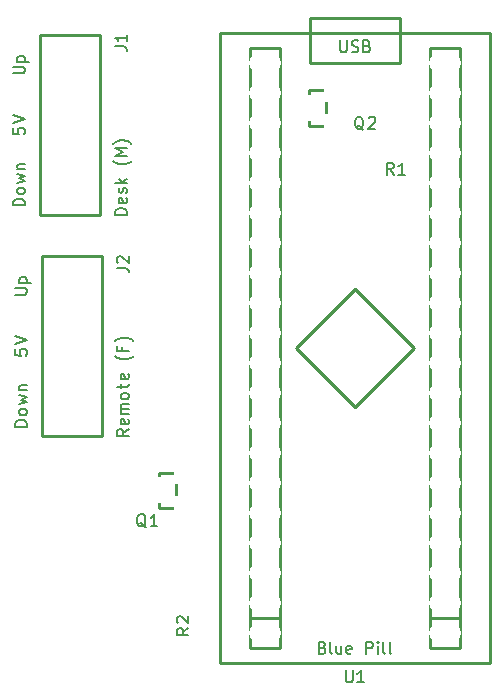
<source format=gto>
G04 --- HEADER BEGIN --- *
%TF.GenerationSoftware,LibrePCB,LibrePCB,0.1.0*%
%TF.CreationDate,2018-07-25T23:47:17*%
%TF.ProjectId,desklift - other_routing,146e283d-8dba-42bd-9080-c603e88aa634,v1*%
%TF.Part,Single*%
%FSLAX66Y66*%
%MOMM*%
G01*
G74*
G04 --- HEADER END --- *
G04 --- APERTURE LIST BEGIN --- *
%ADD10C,0.25*%
%ADD11C,0.2*%
%ADD12O,2.74X1.47*%
%ADD13R,1.6X1.2*%
%ADD14R,1.6X2.2*%
%ADD15R,2.003X1.8*%
%ADD16R,1.8X2.003*%
%ADD17C,1.8*%
G04 --- APERTURE LIST END --- *
G04 --- BOARD BEGIN --- *
D10*
X45720000Y82391250D02*
X45720000Y67151250D01*
X40640000Y67151250D01*
X40640000Y82391250D01*
X45720000Y82391250D01*
D11*
X38370000Y74475694D02*
X38370000Y74000139D01*
X38846667Y73952361D01*
X38798889Y74000139D01*
X38751111Y74095694D01*
X38751111Y74333472D01*
X38798889Y74429028D01*
X38846667Y74475694D01*
X38941111Y74523472D01*
X39180000Y74523472D01*
X39274444Y74475694D01*
X39322222Y74429028D01*
X39370000Y74333472D01*
X39370000Y74095694D01*
X39322222Y74000139D01*
X39274444Y73952361D01*
X38370000Y74923472D02*
X39370000Y75256805D01*
X38370000Y75590139D01*
X39370000Y67948473D02*
X38370000Y67948473D01*
X38370000Y68186251D01*
X38417778Y68329584D01*
X38513333Y68425140D01*
X38607778Y68471806D01*
X38798889Y68519584D01*
X38941111Y68519584D01*
X39132222Y68471806D01*
X39226667Y68425140D01*
X39322222Y68329584D01*
X39370000Y68186251D01*
X39370000Y67948473D01*
X39370000Y69109584D02*
X39322222Y69015140D01*
X39274444Y68967362D01*
X39180000Y68919584D01*
X38893333Y68919584D01*
X38798889Y68967362D01*
X38751111Y69015140D01*
X38703333Y69109584D01*
X38703333Y69252917D01*
X38751111Y69348473D01*
X38798889Y69396251D01*
X38893333Y69442917D01*
X39180000Y69442917D01*
X39274444Y69396251D01*
X39322222Y69348473D01*
X39370000Y69252917D01*
X39370000Y69109584D01*
X38703333Y69842917D02*
X39370000Y70032917D01*
X38893333Y70224028D01*
X39370000Y70414028D01*
X38703333Y70605139D01*
X38703333Y71005139D02*
X39370000Y71005139D01*
X38798889Y71005139D02*
X38751111Y71052917D01*
X38703333Y71148472D01*
X38703333Y71290695D01*
X38751111Y71386250D01*
X38846667Y71434028D01*
X39370000Y71434028D01*
X38370000Y79127361D02*
X39180000Y79127361D01*
X39274444Y79175139D01*
X39322222Y79222917D01*
X39370000Y79317361D01*
X39370000Y79508472D01*
X39322222Y79604028D01*
X39274444Y79650694D01*
X39180000Y79698472D01*
X38370000Y79698472D01*
X38703333Y80098472D02*
X39703333Y80098472D01*
X38751111Y80098472D02*
X38703333Y80194028D01*
X38703333Y80384028D01*
X38751111Y80479583D01*
X38798889Y80527361D01*
X38893333Y80575139D01*
X39180000Y80575139D01*
X39274444Y80527361D01*
X39322222Y80479583D01*
X39370000Y80384028D01*
X39370000Y80194028D01*
X39322222Y80098472D01*
D10*
X64836728Y77700112D02*
X64836728Y74700112D01*
X63436728Y74700112D01*
X63436728Y77700112D01*
X64836728Y77700112D01*
X45878750Y63658750D02*
X45878750Y48418750D01*
X40798750Y48418750D01*
X40798750Y63658750D01*
X45878750Y63658750D01*
D11*
X38528750Y55743194D02*
X38528750Y55267639D01*
X39005417Y55219861D01*
X38957639Y55267639D01*
X38909861Y55363194D01*
X38909861Y55600972D01*
X38957639Y55696528D01*
X39005417Y55743194D01*
X39099861Y55790972D01*
X39338750Y55790972D01*
X39433194Y55743194D01*
X39480972Y55696528D01*
X39528750Y55600972D01*
X39528750Y55363194D01*
X39480972Y55267639D01*
X39433194Y55219861D01*
X38528750Y56190972D02*
X39528750Y56524305D01*
X38528750Y56857639D01*
X39528750Y49215973D02*
X38528750Y49215973D01*
X38528750Y49453751D01*
X38576528Y49597084D01*
X38672083Y49692640D01*
X38766528Y49739306D01*
X38957639Y49787084D01*
X39099861Y49787084D01*
X39290972Y49739306D01*
X39385417Y49692640D01*
X39480972Y49597084D01*
X39528750Y49453751D01*
X39528750Y49215973D01*
X39528750Y50377084D02*
X39480972Y50282640D01*
X39433194Y50234862D01*
X39338750Y50187084D01*
X39052083Y50187084D01*
X38957639Y50234862D01*
X38909861Y50282640D01*
X38862083Y50377084D01*
X38862083Y50520417D01*
X38909861Y50615973D01*
X38957639Y50663751D01*
X39052083Y50710417D01*
X39338750Y50710417D01*
X39433194Y50663751D01*
X39480972Y50615973D01*
X39528750Y50520417D01*
X39528750Y50377084D01*
X38862083Y51110417D02*
X39528750Y51300417D01*
X39052083Y51491528D01*
X39528750Y51681528D01*
X38862083Y51872639D01*
X38862083Y52272639D02*
X39528750Y52272639D01*
X38957639Y52272639D02*
X38909861Y52320417D01*
X38862083Y52415972D01*
X38862083Y52558195D01*
X38909861Y52653750D01*
X39005417Y52701528D01*
X39528750Y52701528D01*
X38528750Y60394861D02*
X39338750Y60394861D01*
X39433194Y60442639D01*
X39480972Y60490417D01*
X39528750Y60584861D01*
X39528750Y60775972D01*
X39480972Y60871528D01*
X39433194Y60918194D01*
X39338750Y60965972D01*
X38528750Y60965972D01*
X38862083Y61365972D02*
X39862083Y61365972D01*
X38909861Y61365972D02*
X38862083Y61461528D01*
X38862083Y61651528D01*
X38909861Y61747083D01*
X38957639Y61794861D01*
X39052083Y61842639D01*
X39338750Y61842639D01*
X39433194Y61794861D01*
X39480972Y61747083D01*
X39528750Y61651528D01*
X39528750Y61461528D01*
X39480972Y61365972D01*
D10*
X58419888Y33019696D02*
X60959888Y33019696D01*
X58419888Y81279696D02*
X60959888Y81279696D01*
X60959888Y30479696D01*
X58419888Y30479696D01*
X58419888Y81279696D01*
X67309888Y50879696D02*
X62309888Y55879696D01*
X67309888Y60879696D01*
X72309888Y55879696D01*
X67309888Y50879696D01*
X55879888Y82549696D02*
X78739888Y82549696D01*
X78739888Y29209696D01*
X55879888Y29209696D01*
X55879888Y82549696D01*
X73659888Y30479696D02*
X76199888Y30479696D01*
X76199888Y81279696D01*
X73659888Y81279696D01*
X73659888Y30479696D01*
X73659888Y33019696D02*
X76199888Y33019696D01*
X63499888Y83819696D02*
X71119888Y83819696D01*
X71119888Y80009696D01*
X63499888Y80009696D01*
X63499888Y83819696D01*
D11*
X66053334Y81915000D02*
X66053334Y81105000D01*
X66101112Y81010556D01*
X66148890Y80962778D01*
X66243334Y80915000D01*
X66434445Y80915000D01*
X66530001Y80962778D01*
X66576667Y81010556D01*
X66624445Y81105000D01*
X66624445Y81915000D01*
X67024445Y80962778D02*
X67167778Y80915000D01*
X67405556Y80915000D01*
X67501112Y80962778D01*
X67547778Y81010556D01*
X67595556Y81105000D01*
X67595556Y81200556D01*
X67547778Y81296111D01*
X67501112Y81343889D01*
X67405556Y81391667D01*
X67214445Y81438333D01*
X67120001Y81486111D01*
X67072223Y81533889D01*
X67024445Y81629444D01*
X67024445Y81725000D01*
X67072223Y81819444D01*
X67120001Y81867222D01*
X67214445Y81915000D01*
X67453334Y81915000D01*
X67595556Y81867222D01*
X68328889Y81438333D02*
X68472223Y81391667D01*
X68518889Y81343889D01*
X68566667Y81248333D01*
X68566667Y81105000D01*
X68518889Y81010556D01*
X68472223Y80962778D01*
X68376667Y80915000D01*
X67995556Y80915000D01*
X67995556Y81915000D01*
X68328889Y81915000D01*
X68424445Y81867222D01*
X68472223Y81819444D01*
X68518889Y81725000D01*
X68518889Y81629444D01*
X68472223Y81533889D01*
X68424445Y81486111D01*
X68328889Y81438333D01*
X67995556Y81438333D01*
D10*
X52135000Y45315000D02*
X52135000Y42315000D01*
X50735000Y42315000D01*
X50735000Y45315000D01*
X52135000Y45315000D01*
D11*
X46990000Y81420139D02*
X47704444Y81420139D01*
X47846667Y81372361D01*
X47942222Y81276806D01*
X47990000Y81134584D01*
X47990000Y81039028D01*
X47990000Y82391250D02*
X47990000Y81820139D01*
X47990000Y82105695D02*
X46990000Y82105695D01*
X47133333Y82010139D01*
X47227778Y81915695D01*
X47275556Y81820139D01*
X68026243Y74334540D02*
X67930688Y74382318D01*
X67835132Y74477874D01*
X67692910Y74620096D01*
X67597355Y74667874D01*
X67501799Y74667874D01*
X67549577Y74430096D02*
X67455132Y74477874D01*
X67359577Y74573429D01*
X67311799Y74763429D01*
X67311799Y75096763D01*
X67359577Y75286763D01*
X67455132Y75382318D01*
X67549577Y75430096D01*
X67740688Y75430096D01*
X67835132Y75382318D01*
X67930688Y75286763D01*
X67978466Y75096763D01*
X67978466Y74763429D01*
X67930688Y74573429D01*
X67835132Y74477874D01*
X67740688Y74430096D01*
X67549577Y74430096D01*
X68474021Y75334540D02*
X68521799Y75382318D01*
X68616243Y75430096D01*
X68855132Y75430096D01*
X68949576Y75382318D01*
X68997354Y75334540D01*
X69045132Y75240096D01*
X69045132Y75144540D01*
X68997354Y75001207D01*
X68426243Y74430096D01*
X69045132Y74430096D01*
X47148750Y62639861D02*
X47863194Y62639861D01*
X48005417Y62592083D01*
X48100972Y62496528D01*
X48148750Y62354306D01*
X48148750Y62258750D01*
X47244306Y63087639D02*
X47196528Y63135417D01*
X47148750Y63229861D01*
X47148750Y63468750D01*
X47196528Y63563194D01*
X47244306Y63610972D01*
X47338750Y63658750D01*
X47434306Y63658750D01*
X47577639Y63610972D01*
X48148750Y63039861D01*
X48148750Y63658750D01*
X66538889Y28575000D02*
X66538889Y27765000D01*
X66586667Y27670556D01*
X66634445Y27622778D01*
X66728889Y27575000D01*
X66920000Y27575000D01*
X67015556Y27622778D01*
X67062222Y27670556D01*
X67110000Y27765000D01*
X67110000Y28575000D01*
X68081111Y27575000D02*
X67510000Y27575000D01*
X67795556Y27575000D02*
X67795556Y28575000D01*
X67700000Y28431667D01*
X67605556Y28337222D01*
X67510000Y28289444D01*
X53205032Y32159867D02*
X52728365Y31826534D01*
X53205032Y31588756D02*
X52205032Y31588756D01*
X52205032Y31969867D01*
X52252810Y32065423D01*
X52300588Y32112089D01*
X52395032Y32159867D01*
X52538365Y32159867D01*
X52633921Y32112089D01*
X52681699Y32065423D01*
X52728365Y31969867D01*
X52728365Y31588756D01*
X52300588Y32607645D02*
X52252810Y32655423D01*
X52205032Y32749867D01*
X52205032Y32988756D01*
X52252810Y33083200D01*
X52300588Y33130978D01*
X52395032Y33178756D01*
X52490588Y33178756D01*
X52633921Y33130978D01*
X53205032Y32559867D01*
X53205032Y33178756D01*
X49609443Y40679444D02*
X49513888Y40727222D01*
X49418332Y40822778D01*
X49276110Y40965000D01*
X49180555Y41012778D01*
X49084999Y41012778D01*
X49132777Y40775000D02*
X49038332Y40822778D01*
X48942777Y40918333D01*
X48894999Y41108333D01*
X48894999Y41441667D01*
X48942777Y41631667D01*
X49038332Y41727222D01*
X49132777Y41775000D01*
X49323888Y41775000D01*
X49418332Y41727222D01*
X49513888Y41631667D01*
X49561666Y41441667D01*
X49561666Y41108333D01*
X49513888Y40918333D01*
X49418332Y40822778D01*
X49323888Y40775000D01*
X49132777Y40775000D01*
X50580554Y40775000D02*
X50009443Y40775000D01*
X50294999Y40775000D02*
X50294999Y41775000D01*
X50199443Y41631667D01*
X50104999Y41537222D01*
X50009443Y41489444D01*
X70579855Y70540640D02*
X70246522Y71017307D01*
X70008744Y70540640D02*
X70008744Y71540640D01*
X70389855Y71540640D01*
X70485411Y71492862D01*
X70532077Y71445084D01*
X70579855Y71350640D01*
X70579855Y71207307D01*
X70532077Y71111751D01*
X70485411Y71063973D01*
X70389855Y71017307D01*
X70008744Y71017307D01*
X71550966Y70540640D02*
X70979855Y70540640D01*
X71265411Y70540640D02*
X71265411Y71540640D01*
X71169855Y71397307D01*
X71075411Y71302862D01*
X70979855Y71255084D01*
X47990000Y67151250D02*
X46990000Y67151250D01*
X46990000Y67389028D01*
X47037778Y67532361D01*
X47133333Y67627917D01*
X47227778Y67674583D01*
X47418889Y67722361D01*
X47561111Y67722361D01*
X47752222Y67674583D01*
X47846667Y67627917D01*
X47942222Y67532361D01*
X47990000Y67389028D01*
X47990000Y67151250D01*
X47942222Y68551250D02*
X47990000Y68455694D01*
X47990000Y68265694D01*
X47942222Y68170139D01*
X47846667Y68122361D01*
X47466667Y68122361D01*
X47371111Y68170139D01*
X47323333Y68265694D01*
X47323333Y68455694D01*
X47371111Y68551250D01*
X47466667Y68599028D01*
X47561111Y68599028D01*
X47656667Y68122361D01*
X47942222Y68999028D02*
X47990000Y69094584D01*
X47990000Y69284584D01*
X47942222Y69380139D01*
X47846667Y69427917D01*
X47800000Y69427917D01*
X47704444Y69380139D01*
X47656667Y69284584D01*
X47656667Y69142361D01*
X47608889Y69046806D01*
X47513333Y68999028D01*
X47466667Y68999028D01*
X47371111Y69046806D01*
X47323333Y69142361D01*
X47323333Y69284584D01*
X47371111Y69380139D01*
X47990000Y69827917D02*
X46990000Y69827917D01*
X47608889Y69923473D02*
X47990000Y70209028D01*
X47323333Y70209028D02*
X47704444Y69827917D01*
X48371111Y71694583D02*
X48323333Y71646805D01*
X48180000Y71552360D01*
X48085556Y71504583D01*
X47942222Y71456805D01*
X47704444Y71409027D01*
X47513333Y71409027D01*
X47275556Y71456805D01*
X47133333Y71504583D01*
X47037778Y71552360D01*
X46894444Y71646805D01*
X46846667Y71694583D01*
X47990000Y72094583D02*
X46990000Y72094583D01*
X47704444Y72427916D01*
X46990000Y72761250D01*
X47990000Y72761250D01*
X48371111Y73161250D02*
X48323333Y73209028D01*
X48180000Y73304583D01*
X48085556Y73351250D01*
X47942222Y73399028D01*
X47704444Y73446806D01*
X47513333Y73446806D01*
X47275556Y73399028D01*
X47133333Y73351250D01*
X47037778Y73304583D01*
X46894444Y73209028D01*
X46846667Y73161250D01*
X48148750Y48989861D02*
X47672083Y48656528D01*
X48148750Y48418750D02*
X47148750Y48418750D01*
X47148750Y48799861D01*
X47196528Y48895417D01*
X47244306Y48942083D01*
X47338750Y48989861D01*
X47482083Y48989861D01*
X47577639Y48942083D01*
X47625417Y48895417D01*
X47672083Y48799861D01*
X47672083Y48418750D01*
X48100972Y49818750D02*
X48148750Y49723194D01*
X48148750Y49533194D01*
X48100972Y49437639D01*
X48005417Y49389861D01*
X47625417Y49389861D01*
X47529861Y49437639D01*
X47482083Y49533194D01*
X47482083Y49723194D01*
X47529861Y49818750D01*
X47625417Y49866528D01*
X47719861Y49866528D01*
X47815417Y49389861D01*
X48148750Y50266528D02*
X47482083Y50266528D01*
X47577639Y50266528D02*
X47529861Y50314306D01*
X47482083Y50409861D01*
X47482083Y50552084D01*
X47529861Y50647639D01*
X47625417Y50695417D01*
X48148750Y50695417D01*
X47625417Y50695417D02*
X47529861Y50743195D01*
X47482083Y50837639D01*
X47482083Y50980972D01*
X47529861Y51076528D01*
X47625417Y51123195D01*
X48148750Y51123195D01*
X48148750Y51713195D02*
X48100972Y51618751D01*
X48053194Y51570973D01*
X47958750Y51523195D01*
X47672083Y51523195D01*
X47577639Y51570973D01*
X47529861Y51618751D01*
X47482083Y51713195D01*
X47482083Y51856528D01*
X47529861Y51952084D01*
X47577639Y51999862D01*
X47672083Y52046528D01*
X47958750Y52046528D01*
X48053194Y51999862D01*
X48100972Y51952084D01*
X48148750Y51856528D01*
X48148750Y51713195D01*
X47482083Y52446528D02*
X47482083Y52827639D01*
X47148750Y52589861D02*
X48005417Y52589861D01*
X48100972Y52636528D01*
X48148750Y52732084D01*
X48148750Y52827639D01*
X48100972Y53656528D02*
X48148750Y53560972D01*
X48148750Y53370972D01*
X48100972Y53275417D01*
X48005417Y53227639D01*
X47625417Y53227639D01*
X47529861Y53275417D01*
X47482083Y53370972D01*
X47482083Y53560972D01*
X47529861Y53656528D01*
X47625417Y53704306D01*
X47719861Y53704306D01*
X47815417Y53227639D01*
X48529861Y55189861D02*
X48482083Y55142083D01*
X48338750Y55047638D01*
X48244306Y54999861D01*
X48100972Y54952083D01*
X47863194Y54904305D01*
X47672083Y54904305D01*
X47434306Y54952083D01*
X47292083Y54999861D01*
X47196528Y55047638D01*
X47053194Y55142083D01*
X47005417Y55189861D01*
X47625417Y55923194D02*
X47625417Y55589861D01*
X48148750Y55589861D02*
X47148750Y55589861D01*
X47148750Y56066528D01*
X48529861Y56466528D02*
X48482083Y56514306D01*
X48338750Y56609861D01*
X48244306Y56656528D01*
X48100972Y56704306D01*
X47863194Y56752084D01*
X47672083Y56752084D01*
X47434306Y56704306D01*
X47292083Y56656528D01*
X47196528Y56609861D01*
X47053194Y56514306D01*
X47005417Y56466528D01*
X64556667Y30502357D02*
X64700001Y30455691D01*
X64746667Y30407913D01*
X64794445Y30312357D01*
X64794445Y30169024D01*
X64746667Y30074580D01*
X64700001Y30026802D01*
X64604445Y29979024D01*
X64223334Y29979024D01*
X64223334Y30979024D01*
X64556667Y30979024D01*
X64652223Y30931246D01*
X64700001Y30883468D01*
X64746667Y30789024D01*
X64746667Y30693468D01*
X64700001Y30597913D01*
X64652223Y30550135D01*
X64556667Y30502357D01*
X64223334Y30502357D01*
X65337778Y29979024D02*
X65242223Y30026802D01*
X65194445Y30122357D01*
X65194445Y30979024D01*
X66166667Y30645691D02*
X66166667Y29979024D01*
X65737778Y30645691D02*
X65737778Y30122357D01*
X65785556Y30026802D01*
X65881111Y29979024D01*
X66023334Y29979024D01*
X66118889Y30026802D01*
X66166667Y30074580D01*
X66995556Y30026802D02*
X66900000Y29979024D01*
X66710000Y29979024D01*
X66614445Y30026802D01*
X66566667Y30122357D01*
X66566667Y30502357D01*
X66614445Y30597913D01*
X66710000Y30645691D01*
X66900000Y30645691D01*
X66995556Y30597913D01*
X67043334Y30502357D01*
X67043334Y30407913D01*
X66566667Y30312357D01*
X68243333Y29979024D02*
X68243333Y30979024D01*
X68624444Y30979024D01*
X68720000Y30931246D01*
X68766666Y30883468D01*
X68814444Y30789024D01*
X68814444Y30645691D01*
X68766666Y30550135D01*
X68720000Y30502357D01*
X68624444Y30455691D01*
X68243333Y30455691D01*
X69262222Y29979024D02*
X69262222Y30645691D01*
X69262222Y30979024D02*
X69214444Y30931246D01*
X69262222Y30883468D01*
X69310000Y30931246D01*
X69262222Y30979024D01*
X69262222Y30883468D01*
X69853333Y29979024D02*
X69757778Y30026802D01*
X69710000Y30122357D01*
X69710000Y30979024D01*
X70396666Y29979024D02*
X70301111Y30026802D01*
X70253333Y30122357D01*
X70253333Y30979024D01*
%LPC*%
D12*
X43180000Y79851250D03*
X43180000Y69691250D03*
X43180000Y74771250D03*
D13*
X65436728Y77300112D03*
X65436728Y75100112D03*
D14*
X62836728Y76200112D03*
D12*
X43338750Y61118750D03*
X43338750Y50958750D03*
X43338750Y56038750D03*
X74929888Y41909696D03*
X74929888Y67309696D03*
X74929888Y77469696D03*
X74929888Y72389696D03*
X59689888Y57149696D03*
X59689888Y72389696D03*
X74929888Y54609696D03*
X74929888Y34289696D03*
X74929888Y44449696D03*
X59689888Y80009696D03*
X59689888Y54609696D03*
X74929888Y62229696D03*
X59689888Y31749696D03*
X59689888Y62229696D03*
X74929888Y69849696D03*
X59689888Y52069696D03*
X74929888Y31749696D03*
X59689888Y77469696D03*
X74929888Y57149696D03*
X59689888Y59689696D03*
X59689888Y44449696D03*
X74929888Y39369696D03*
X74929888Y46989696D03*
X59689888Y36829696D03*
X74929888Y64769696D03*
X59689888Y67309696D03*
X74929888Y80009696D03*
X74929888Y49529696D03*
X74929888Y52069696D03*
X59689888Y74929696D03*
X59689888Y69849696D03*
X59689888Y64769696D03*
X74929888Y36829696D03*
X59689888Y41909696D03*
X59689888Y46989696D03*
X59689888Y39369696D03*
X74929888Y59689696D03*
X59689888Y34289696D03*
X59689888Y49529696D03*
X74929888Y74929696D03*
D15*
X52705032Y37775752D03*
X52705032Y34931752D03*
D13*
X52735000Y44915000D03*
X52735000Y42715000D03*
D14*
X50135000Y43815000D03*
D16*
X65411740Y71040672D03*
X68255740Y71040672D03*
D17*
X68381560Y77311344D03*
X43180000Y71755000D03*
G04 --- BOARD END --- *
%TF.MD5,29075e9647880a74dc860bff61430db0*%
M02*

</source>
